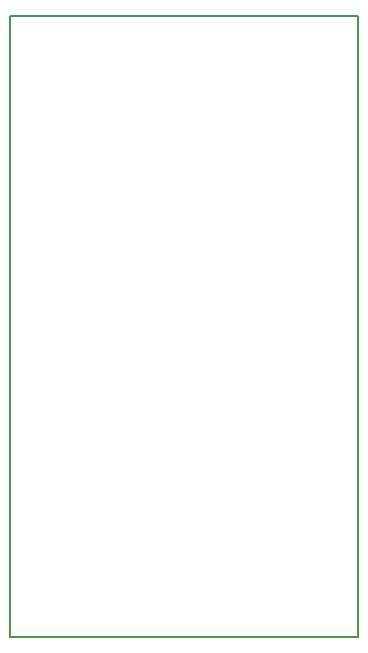
<source format=gbr>
G04 #@! TF.GenerationSoftware,KiCad,Pcbnew,(5.1.0)-1*
G04 #@! TF.CreationDate,2019-05-02T11:49:30+02:00*
G04 #@! TF.ProjectId,expansion,65787061-6e73-4696-9f6e-2e6b69636164,rev?*
G04 #@! TF.SameCoordinates,Original*
G04 #@! TF.FileFunction,Profile,NP*
%FSLAX46Y46*%
G04 Gerber Fmt 4.6, Leading zero omitted, Abs format (unit mm)*
G04 Created by KiCad (PCBNEW (5.1.0)-1) date 2019-05-02 11:49:30*
%MOMM*%
%LPD*%
G04 APERTURE LIST*
%ADD10C,0.150000*%
G04 APERTURE END LIST*
D10*
X153750000Y-106000000D02*
X153750000Y-53500000D01*
X124250000Y-106000000D02*
X153750000Y-106000000D01*
X124250000Y-53500000D02*
X124250000Y-106000000D01*
X153750000Y-53500000D02*
X124250000Y-53500000D01*
M02*

</source>
